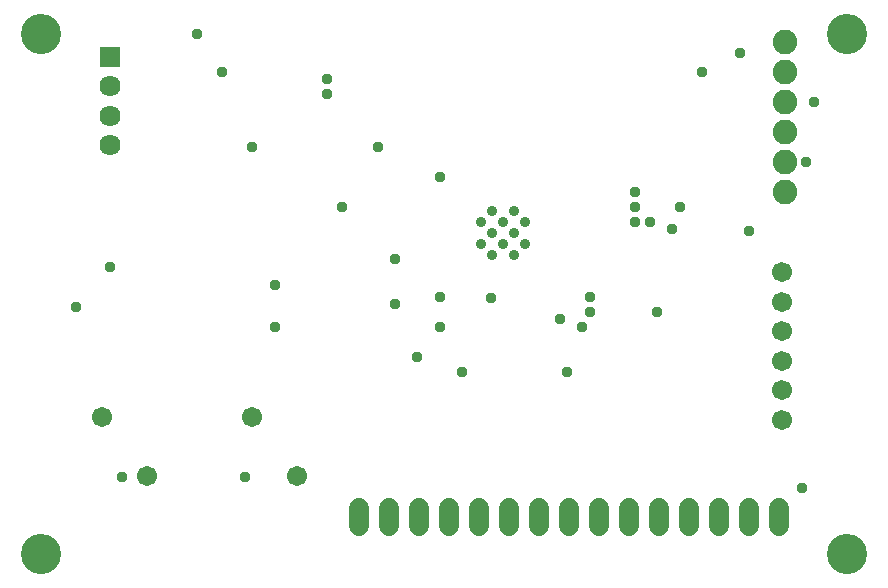
<source format=gbr>
G04 EAGLE Gerber RS-274X export*
G75*
%MOMM*%
%FSLAX34Y34*%
%LPD*%
%INSoldermask Bottom*%
%IPPOS*%
%AMOC8*
5,1,8,0,0,1.08239X$1,22.5*%
G01*
%ADD10C,3.403200*%
%ADD11C,1.711200*%
%ADD12R,1.793200X1.793200*%
%ADD13C,1.793200*%
%ADD14C,1.701800*%
%ADD15C,2.082800*%
%ADD16C,1.727200*%
%ADD17C,0.911200*%
%ADD18C,0.959600*%
D10*
X5360Y971940D03*
X5360Y531460D03*
X687540Y531460D03*
X687230Y971940D03*
D11*
X57150Y647300D03*
X95250Y597300D03*
D12*
X63500Y952500D03*
D13*
X63500Y927500D03*
X63500Y902500D03*
X63500Y877500D03*
D14*
X632300Y645000D03*
X632300Y669892D03*
X632300Y695038D03*
X632300Y719930D03*
X632300Y745076D03*
X632300Y769968D03*
D15*
X635000Y838200D03*
X635000Y863600D03*
X635000Y889000D03*
X635000Y914400D03*
X635000Y939800D03*
X635000Y965200D03*
D16*
X274120Y570230D02*
X274120Y554990D01*
X299520Y554990D02*
X299520Y570230D01*
X324920Y570230D02*
X324920Y554990D01*
X350320Y554990D02*
X350320Y570230D01*
X375720Y570230D02*
X375720Y554990D01*
X401120Y554990D02*
X401120Y570230D01*
X426520Y570230D02*
X426520Y554990D01*
X451920Y554990D02*
X451920Y570230D01*
X477320Y570230D02*
X477320Y554990D01*
X502720Y554990D02*
X502720Y570230D01*
X528120Y570230D02*
X528120Y554990D01*
X553520Y554990D02*
X553520Y570230D01*
X578920Y570230D02*
X578920Y554990D01*
X604320Y554990D02*
X604320Y570230D01*
X629720Y570230D02*
X629720Y554990D01*
D11*
X184150Y647300D03*
X222250Y597300D03*
D17*
X387225Y821450D03*
X405575Y821450D03*
X378050Y812275D03*
X396400Y812275D03*
X414750Y812275D03*
X387225Y803100D03*
X405575Y803100D03*
X378050Y793925D03*
X396400Y793925D03*
X414750Y793925D03*
X387225Y784750D03*
X405575Y784750D03*
D18*
X203200Y723900D03*
X63500Y774700D03*
X73500Y596900D03*
X177800Y596900D03*
X386080Y748030D03*
X290830Y876300D03*
X604520Y805180D03*
X597060Y955962D03*
X137000Y972042D03*
X649758Y587370D03*
X34600Y740444D03*
X203200Y758800D03*
X653154Y863600D03*
X659758Y914400D03*
X508000Y825500D03*
X508000Y838200D03*
X342900Y850900D03*
X565150Y939800D03*
X184150Y876300D03*
X247650Y933450D03*
X304800Y781050D03*
X247650Y920750D03*
X304800Y742950D03*
X546100Y825500D03*
X527050Y736600D03*
X260350Y825500D03*
X539750Y806450D03*
X444500Y730250D03*
X463550Y723900D03*
X323850Y698500D03*
X361950Y685800D03*
X342900Y723900D03*
X450850Y685800D03*
X469900Y736600D03*
X469900Y749300D03*
X508000Y812800D03*
X520700Y812800D03*
X342900Y749300D03*
X158750Y939800D03*
M02*

</source>
